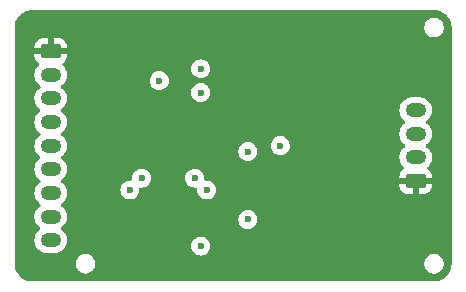
<source format=gbr>
%TF.GenerationSoftware,KiCad,Pcbnew,8.0.1*%
%TF.CreationDate,2024-04-25T00:01:52-04:00*%
%TF.ProjectId,ads1260_board,61647331-3236-4305-9f62-6f6172642e6b,rev?*%
%TF.SameCoordinates,Original*%
%TF.FileFunction,Copper,L2,Inr*%
%TF.FilePolarity,Positive*%
%FSLAX46Y46*%
G04 Gerber Fmt 4.6, Leading zero omitted, Abs format (unit mm)*
G04 Created by KiCad (PCBNEW 8.0.1) date 2024-04-25 00:01:52*
%MOMM*%
%LPD*%
G01*
G04 APERTURE LIST*
G04 Aperture macros list*
%AMRoundRect*
0 Rectangle with rounded corners*
0 $1 Rounding radius*
0 $2 $3 $4 $5 $6 $7 $8 $9 X,Y pos of 4 corners*
0 Add a 4 corners polygon primitive as box body*
4,1,4,$2,$3,$4,$5,$6,$7,$8,$9,$2,$3,0*
0 Add four circle primitives for the rounded corners*
1,1,$1+$1,$2,$3*
1,1,$1+$1,$4,$5*
1,1,$1+$1,$6,$7*
1,1,$1+$1,$8,$9*
0 Add four rect primitives between the rounded corners*
20,1,$1+$1,$2,$3,$4,$5,0*
20,1,$1+$1,$4,$5,$6,$7,0*
20,1,$1+$1,$6,$7,$8,$9,0*
20,1,$1+$1,$8,$9,$2,$3,0*%
G04 Aperture macros list end*
%TA.AperFunction,ComponentPad*%
%ADD10O,1.750000X1.200000*%
%TD*%
%TA.AperFunction,ComponentPad*%
%ADD11RoundRect,0.250000X-0.625000X0.350000X-0.625000X-0.350000X0.625000X-0.350000X0.625000X0.350000X0*%
%TD*%
%TA.AperFunction,ComponentPad*%
%ADD12RoundRect,0.250000X0.625000X-0.350000X0.625000X0.350000X-0.625000X0.350000X-0.625000X-0.350000X0*%
%TD*%
%TA.AperFunction,ViaPad*%
%ADD13C,0.600000*%
%TD*%
G04 APERTURE END LIST*
D10*
%TO.N,VBUS*%
%TO.C,J3*%
X113550000Y-90000000D03*
%TO.N,+3V3*%
X113550000Y-88000000D03*
%TO.N,Net-(J3-Pin_7)*%
X113550000Y-86000000D03*
%TO.N,Net-(J3-Pin_6)*%
X113550000Y-84000000D03*
%TO.N,Net-(J3-Pin_5)*%
X113550000Y-82000000D03*
%TO.N,Net-(J3-Pin_4)*%
X113550000Y-80000000D03*
%TO.N,Net-(J3-Pin_3)*%
X113550000Y-78000000D03*
%TO.N,Net-(J3-Pin_2)*%
X113550000Y-76000000D03*
D11*
%TO.N,GND*%
X113550000Y-74000000D03*
%TD*%
D12*
%TO.N,GND*%
%TO.C,J1*%
X144450000Y-85000000D03*
D10*
%TO.N,/SIG+*%
X144450000Y-83000000D03*
%TO.N,/SIG-*%
X144450000Y-81000000D03*
%TO.N,+5V*%
X144450000Y-79000000D03*
%TD*%
D13*
%TO.N,GND*%
X112000000Y-74000000D03*
X115000000Y-74000000D03*
X130500000Y-78500000D03*
X147000000Y-74000000D03*
X147000000Y-82000000D03*
X147000000Y-90000000D03*
X111000000Y-74000000D03*
X111000000Y-80000000D03*
X111000000Y-84000000D03*
X111000000Y-90000000D03*
X129000000Y-71000000D03*
X139000000Y-71000000D03*
X119000000Y-71000000D03*
X114000000Y-71000000D03*
X124000000Y-71000000D03*
X144000000Y-71000000D03*
X134000000Y-71000000D03*
X114000000Y-93000000D03*
X119000000Y-93000000D03*
X124000000Y-93000000D03*
X129000000Y-93000000D03*
X134000000Y-93000000D03*
X139000000Y-93000000D03*
X144000000Y-93000000D03*
%TO.N,+5V*%
X130250000Y-88250000D03*
%TO.N,GND*%
X122778224Y-77987134D03*
%TO.N,+5V5*%
X122750000Y-76500000D03*
X126250000Y-90500000D03*
%TO.N,+5V*%
X130250000Y-82500000D03*
%TO.N,GND*%
X124000000Y-87000000D03*
%TO.N,+5V5*%
X125750000Y-84750000D03*
%TO.N,VBUS*%
X121250000Y-84750000D03*
%TO.N,GND*%
X122500000Y-91250000D03*
X124500000Y-91250000D03*
X123000000Y-87000000D03*
%TO.N,+5V5*%
X126750000Y-85750000D03*
%TO.N,GND*%
X131250000Y-91000000D03*
X132750000Y-78500000D03*
%TO.N,+5V*%
X133000000Y-82000000D03*
%TO.N,GND*%
X138000000Y-85250000D03*
X138000000Y-78750000D03*
X133000000Y-85500000D03*
X129250000Y-88750000D03*
%TO.N,VBUS*%
X120250000Y-85750000D03*
%TO.N,GND*%
X121250000Y-88250000D03*
X125750000Y-88250000D03*
%TO.N,+5V*%
X126250000Y-77500000D03*
X126250000Y-75500000D03*
%TO.N,GND*%
X130500000Y-76500000D03*
%TD*%
%TA.AperFunction,Conductor*%
%TO.N,GND*%
G36*
X146004418Y-70500816D02*
G01*
X146204561Y-70515130D01*
X146222063Y-70517647D01*
X146413797Y-70559355D01*
X146430755Y-70564334D01*
X146614609Y-70632909D01*
X146630701Y-70640259D01*
X146802904Y-70734288D01*
X146817784Y-70743849D01*
X146974867Y-70861441D01*
X146988237Y-70873027D01*
X147126972Y-71011762D01*
X147138558Y-71025132D01*
X147249625Y-71173500D01*
X147256146Y-71182210D01*
X147265711Y-71197095D01*
X147359740Y-71369298D01*
X147367090Y-71385390D01*
X147435662Y-71569236D01*
X147440646Y-71586212D01*
X147482351Y-71777931D01*
X147484869Y-71795442D01*
X147499184Y-71995580D01*
X147499500Y-72004427D01*
X147499500Y-91995572D01*
X147499184Y-92004419D01*
X147484869Y-92204557D01*
X147482351Y-92222068D01*
X147440646Y-92413787D01*
X147435662Y-92430763D01*
X147367090Y-92614609D01*
X147359740Y-92630701D01*
X147265711Y-92802904D01*
X147256146Y-92817789D01*
X147138558Y-92974867D01*
X147126972Y-92988237D01*
X146988237Y-93126972D01*
X146974867Y-93138558D01*
X146817789Y-93256146D01*
X146802904Y-93265711D01*
X146630701Y-93359740D01*
X146614609Y-93367090D01*
X146430763Y-93435662D01*
X146413787Y-93440646D01*
X146222068Y-93482351D01*
X146204557Y-93484869D01*
X146023779Y-93497799D01*
X146004417Y-93499184D01*
X145995572Y-93499500D01*
X112004428Y-93499500D01*
X111995582Y-93499184D01*
X111973622Y-93497613D01*
X111795442Y-93484869D01*
X111777931Y-93482351D01*
X111586212Y-93440646D01*
X111569236Y-93435662D01*
X111385390Y-93367090D01*
X111369298Y-93359740D01*
X111197095Y-93265711D01*
X111182210Y-93256146D01*
X111025132Y-93138558D01*
X111011762Y-93126972D01*
X110873027Y-92988237D01*
X110861441Y-92974867D01*
X110743849Y-92817784D01*
X110734288Y-92802904D01*
X110640259Y-92630701D01*
X110632909Y-92614609D01*
X110572091Y-92451551D01*
X110564334Y-92430755D01*
X110559355Y-92413797D01*
X110517647Y-92222063D01*
X110515130Y-92204556D01*
X110506322Y-92081407D01*
X115673500Y-92081407D01*
X115705259Y-92241073D01*
X115705262Y-92241082D01*
X115767562Y-92391490D01*
X115767563Y-92391492D01*
X115858015Y-92526862D01*
X115858018Y-92526866D01*
X115973133Y-92641981D01*
X115973137Y-92641984D01*
X116108505Y-92732435D01*
X116108506Y-92732435D01*
X116108507Y-92732436D01*
X116108509Y-92732437D01*
X116208781Y-92773970D01*
X116258919Y-92794738D01*
X116258921Y-92794738D01*
X116258926Y-92794740D01*
X116418592Y-92826499D01*
X116418595Y-92826500D01*
X116418597Y-92826500D01*
X116581405Y-92826500D01*
X116581406Y-92826499D01*
X116634629Y-92815912D01*
X116741073Y-92794740D01*
X116741076Y-92794738D01*
X116741081Y-92794738D01*
X116891495Y-92732435D01*
X117026863Y-92641984D01*
X117141984Y-92526863D01*
X117232435Y-92391495D01*
X117294738Y-92241081D01*
X117302004Y-92204556D01*
X117326499Y-92081407D01*
X145173500Y-92081407D01*
X145205259Y-92241073D01*
X145205262Y-92241082D01*
X145267562Y-92391490D01*
X145267563Y-92391492D01*
X145358015Y-92526862D01*
X145358018Y-92526866D01*
X145473133Y-92641981D01*
X145473137Y-92641984D01*
X145608505Y-92732435D01*
X145608506Y-92732435D01*
X145608507Y-92732436D01*
X145608509Y-92732437D01*
X145708781Y-92773970D01*
X145758919Y-92794738D01*
X145758921Y-92794738D01*
X145758926Y-92794740D01*
X145918592Y-92826499D01*
X145918595Y-92826500D01*
X145918597Y-92826500D01*
X146081405Y-92826500D01*
X146081406Y-92826499D01*
X146134629Y-92815912D01*
X146241073Y-92794740D01*
X146241076Y-92794738D01*
X146241081Y-92794738D01*
X146391495Y-92732435D01*
X146526863Y-92641984D01*
X146641984Y-92526863D01*
X146732435Y-92391495D01*
X146794738Y-92241081D01*
X146802004Y-92204556D01*
X146826499Y-92081407D01*
X146826500Y-92081405D01*
X146826500Y-91918594D01*
X146826499Y-91918592D01*
X146794740Y-91758926D01*
X146794737Y-91758917D01*
X146732437Y-91608509D01*
X146732436Y-91608507D01*
X146641984Y-91473137D01*
X146641981Y-91473133D01*
X146526866Y-91358018D01*
X146526862Y-91358015D01*
X146391492Y-91267563D01*
X146391490Y-91267562D01*
X146241082Y-91205262D01*
X146241073Y-91205259D01*
X146081406Y-91173500D01*
X146081403Y-91173500D01*
X145918597Y-91173500D01*
X145918594Y-91173500D01*
X145758926Y-91205259D01*
X145758917Y-91205262D01*
X145608509Y-91267562D01*
X145608507Y-91267563D01*
X145473137Y-91358015D01*
X145473133Y-91358018D01*
X145358018Y-91473133D01*
X145358015Y-91473137D01*
X145267563Y-91608507D01*
X145267562Y-91608509D01*
X145205262Y-91758917D01*
X145205259Y-91758926D01*
X145173500Y-91918592D01*
X145173500Y-92081407D01*
X117326499Y-92081407D01*
X117326500Y-92081405D01*
X117326500Y-91918594D01*
X117326499Y-91918592D01*
X117294740Y-91758926D01*
X117294737Y-91758917D01*
X117232437Y-91608509D01*
X117232436Y-91608507D01*
X117141984Y-91473137D01*
X117141981Y-91473133D01*
X117026866Y-91358018D01*
X117026862Y-91358015D01*
X116891492Y-91267563D01*
X116891490Y-91267562D01*
X116741082Y-91205262D01*
X116741073Y-91205259D01*
X116581406Y-91173500D01*
X116581403Y-91173500D01*
X116418597Y-91173500D01*
X116418594Y-91173500D01*
X116258926Y-91205259D01*
X116258917Y-91205262D01*
X116108509Y-91267562D01*
X116108507Y-91267563D01*
X115973137Y-91358015D01*
X115973133Y-91358018D01*
X115858018Y-91473133D01*
X115858015Y-91473137D01*
X115767563Y-91608507D01*
X115767562Y-91608509D01*
X115705262Y-91758917D01*
X115705259Y-91758926D01*
X115673500Y-91918592D01*
X115673500Y-92081407D01*
X110506322Y-92081407D01*
X110500816Y-92004418D01*
X110500500Y-91995572D01*
X110500500Y-90086611D01*
X112174500Y-90086611D01*
X112201598Y-90257701D01*
X112255127Y-90422445D01*
X112333768Y-90576788D01*
X112435586Y-90716928D01*
X112558072Y-90839414D01*
X112698212Y-90941232D01*
X112852555Y-91019873D01*
X113017299Y-91073402D01*
X113188389Y-91100500D01*
X113188390Y-91100500D01*
X113911610Y-91100500D01*
X113911611Y-91100500D01*
X114082701Y-91073402D01*
X114247445Y-91019873D01*
X114401788Y-90941232D01*
X114541928Y-90839414D01*
X114664414Y-90716928D01*
X114766232Y-90576788D01*
X114805356Y-90500003D01*
X125444435Y-90500003D01*
X125464630Y-90679249D01*
X125464631Y-90679254D01*
X125524211Y-90849523D01*
X125581836Y-90941232D01*
X125620184Y-91002262D01*
X125747738Y-91129816D01*
X125900478Y-91225789D01*
X126019861Y-91267563D01*
X126070745Y-91285368D01*
X126070750Y-91285369D01*
X126249996Y-91305565D01*
X126250000Y-91305565D01*
X126250004Y-91305565D01*
X126429249Y-91285369D01*
X126429252Y-91285368D01*
X126429255Y-91285368D01*
X126599522Y-91225789D01*
X126752262Y-91129816D01*
X126879816Y-91002262D01*
X126975789Y-90849522D01*
X127035368Y-90679255D01*
X127055565Y-90500000D01*
X127035368Y-90320745D01*
X126975789Y-90150478D01*
X126879816Y-89997738D01*
X126752262Y-89870184D01*
X126599523Y-89774211D01*
X126429254Y-89714631D01*
X126429249Y-89714630D01*
X126250004Y-89694435D01*
X126249996Y-89694435D01*
X126070750Y-89714630D01*
X126070745Y-89714631D01*
X125900476Y-89774211D01*
X125747737Y-89870184D01*
X125620184Y-89997737D01*
X125524211Y-90150476D01*
X125464631Y-90320745D01*
X125464630Y-90320750D01*
X125444435Y-90499996D01*
X125444435Y-90500003D01*
X114805356Y-90500003D01*
X114844873Y-90422445D01*
X114898402Y-90257701D01*
X114925500Y-90086611D01*
X114925500Y-89913389D01*
X114898402Y-89742299D01*
X114844873Y-89577555D01*
X114766232Y-89423212D01*
X114664414Y-89283072D01*
X114541928Y-89160586D01*
X114458975Y-89100317D01*
X114416311Y-89044988D01*
X114410332Y-88975374D01*
X114442938Y-88913579D01*
X114458976Y-88899682D01*
X114541928Y-88839414D01*
X114664414Y-88716928D01*
X114766232Y-88576788D01*
X114844873Y-88422445D01*
X114898402Y-88257701D01*
X114899621Y-88250003D01*
X129444435Y-88250003D01*
X129464630Y-88429249D01*
X129464631Y-88429254D01*
X129524211Y-88599523D01*
X129597982Y-88716928D01*
X129620184Y-88752262D01*
X129747738Y-88879816D01*
X129838080Y-88936582D01*
X129899817Y-88975374D01*
X129900478Y-88975789D01*
X130040046Y-89024626D01*
X130070745Y-89035368D01*
X130070750Y-89035369D01*
X130249996Y-89055565D01*
X130250000Y-89055565D01*
X130250004Y-89055565D01*
X130429249Y-89035369D01*
X130429252Y-89035368D01*
X130429255Y-89035368D01*
X130599522Y-88975789D01*
X130752262Y-88879816D01*
X130879816Y-88752262D01*
X130975789Y-88599522D01*
X131035368Y-88429255D01*
X131036135Y-88422447D01*
X131055565Y-88250003D01*
X131055565Y-88249996D01*
X131035369Y-88070750D01*
X131035368Y-88070745D01*
X130975789Y-87900478D01*
X130879816Y-87747738D01*
X130752262Y-87620184D01*
X130599523Y-87524211D01*
X130429254Y-87464631D01*
X130429249Y-87464630D01*
X130250004Y-87444435D01*
X130249996Y-87444435D01*
X130070750Y-87464630D01*
X130070745Y-87464631D01*
X129900476Y-87524211D01*
X129747737Y-87620184D01*
X129620184Y-87747737D01*
X129524211Y-87900476D01*
X129464631Y-88070745D01*
X129464630Y-88070750D01*
X129444435Y-88249996D01*
X129444435Y-88250003D01*
X114899621Y-88250003D01*
X114925500Y-88086611D01*
X114925500Y-87913389D01*
X114898402Y-87742299D01*
X114844873Y-87577555D01*
X114766232Y-87423212D01*
X114664414Y-87283072D01*
X114541928Y-87160586D01*
X114458975Y-87100317D01*
X114416311Y-87044988D01*
X114410332Y-86975374D01*
X114442938Y-86913579D01*
X114458976Y-86899682D01*
X114541928Y-86839414D01*
X114664414Y-86716928D01*
X114766232Y-86576788D01*
X114844873Y-86422445D01*
X114898402Y-86257701D01*
X114925500Y-86086611D01*
X114925500Y-85913389D01*
X114899622Y-85750003D01*
X119444435Y-85750003D01*
X119464630Y-85929249D01*
X119464631Y-85929254D01*
X119524211Y-86099523D01*
X119620184Y-86252262D01*
X119747738Y-86379816D01*
X119900478Y-86475789D01*
X120070745Y-86535368D01*
X120070750Y-86535369D01*
X120249996Y-86555565D01*
X120250000Y-86555565D01*
X120250004Y-86555565D01*
X120429249Y-86535369D01*
X120429252Y-86535368D01*
X120429255Y-86535368D01*
X120599522Y-86475789D01*
X120752262Y-86379816D01*
X120879816Y-86252262D01*
X120975789Y-86099522D01*
X121035368Y-85929255D01*
X121037156Y-85913389D01*
X121055565Y-85750003D01*
X121055565Y-85749997D01*
X121048285Y-85685389D01*
X121060339Y-85616567D01*
X121107688Y-85565188D01*
X121175298Y-85547563D01*
X121185385Y-85548284D01*
X121211857Y-85551267D01*
X121249998Y-85555565D01*
X121250000Y-85555565D01*
X121250004Y-85555565D01*
X121429249Y-85535369D01*
X121429252Y-85535368D01*
X121429255Y-85535368D01*
X121599522Y-85475789D01*
X121752262Y-85379816D01*
X121879816Y-85252262D01*
X121975789Y-85099522D01*
X122035368Y-84929255D01*
X122037135Y-84913579D01*
X122055565Y-84750000D01*
X124944435Y-84750000D01*
X124964630Y-84929249D01*
X124964631Y-84929254D01*
X125024211Y-85099523D01*
X125062577Y-85160581D01*
X125120184Y-85252262D01*
X125247738Y-85379816D01*
X125400478Y-85475789D01*
X125570745Y-85535368D01*
X125570750Y-85535369D01*
X125749996Y-85555565D01*
X125750000Y-85555565D01*
X125750002Y-85555565D01*
X125779449Y-85552246D01*
X125814610Y-85548285D01*
X125883432Y-85560339D01*
X125934811Y-85607688D01*
X125952436Y-85675298D01*
X125951714Y-85685388D01*
X125944435Y-85749995D01*
X125944435Y-85750003D01*
X125964630Y-85929249D01*
X125964631Y-85929254D01*
X126024211Y-86099523D01*
X126120184Y-86252262D01*
X126247738Y-86379816D01*
X126400478Y-86475789D01*
X126570745Y-86535368D01*
X126570750Y-86535369D01*
X126749996Y-86555565D01*
X126750000Y-86555565D01*
X126750004Y-86555565D01*
X126929249Y-86535369D01*
X126929252Y-86535368D01*
X126929255Y-86535368D01*
X127099522Y-86475789D01*
X127252262Y-86379816D01*
X127379816Y-86252262D01*
X127475789Y-86099522D01*
X127535368Y-85929255D01*
X127537156Y-85913389D01*
X127555565Y-85750003D01*
X127555565Y-85749996D01*
X127535369Y-85570750D01*
X127535368Y-85570745D01*
X127511557Y-85502697D01*
X127475789Y-85400478D01*
X127379816Y-85247738D01*
X127252262Y-85120184D01*
X127099523Y-85024211D01*
X126929254Y-84964631D01*
X126929249Y-84964630D01*
X126750004Y-84944435D01*
X126749996Y-84944435D01*
X126685388Y-84951714D01*
X126616566Y-84939659D01*
X126565187Y-84892310D01*
X126547563Y-84824699D01*
X126548285Y-84814610D01*
X126555565Y-84750000D01*
X126555565Y-84749996D01*
X126535369Y-84570750D01*
X126535368Y-84570745D01*
X126483476Y-84422447D01*
X126475789Y-84400478D01*
X126379816Y-84247738D01*
X126252262Y-84120184D01*
X126198831Y-84086611D01*
X126099523Y-84024211D01*
X125929254Y-83964631D01*
X125929249Y-83964630D01*
X125750004Y-83944435D01*
X125749996Y-83944435D01*
X125570750Y-83964630D01*
X125570745Y-83964631D01*
X125400476Y-84024211D01*
X125247737Y-84120184D01*
X125120184Y-84247737D01*
X125024211Y-84400476D01*
X124964631Y-84570745D01*
X124964630Y-84570750D01*
X124944435Y-84749996D01*
X124944435Y-84750000D01*
X122055565Y-84750000D01*
X122055565Y-84749996D01*
X122035369Y-84570750D01*
X122035368Y-84570745D01*
X121983476Y-84422447D01*
X121975789Y-84400478D01*
X121879816Y-84247738D01*
X121752262Y-84120184D01*
X121698831Y-84086611D01*
X121599523Y-84024211D01*
X121429254Y-83964631D01*
X121429249Y-83964630D01*
X121250004Y-83944435D01*
X121249996Y-83944435D01*
X121070750Y-83964630D01*
X121070745Y-83964631D01*
X120900476Y-84024211D01*
X120747737Y-84120184D01*
X120620184Y-84247737D01*
X120524211Y-84400476D01*
X120464631Y-84570745D01*
X120464630Y-84570750D01*
X120444435Y-84749996D01*
X120444435Y-84750000D01*
X120451714Y-84814611D01*
X120439659Y-84883433D01*
X120392310Y-84934812D01*
X120324699Y-84952436D01*
X120314611Y-84951714D01*
X120250004Y-84944435D01*
X120249996Y-84944435D01*
X120070750Y-84964630D01*
X120070745Y-84964631D01*
X119900476Y-85024211D01*
X119747737Y-85120184D01*
X119620184Y-85247737D01*
X119524211Y-85400476D01*
X119464631Y-85570745D01*
X119464630Y-85570750D01*
X119444435Y-85749996D01*
X119444435Y-85750003D01*
X114899622Y-85750003D01*
X114898402Y-85742299D01*
X114844873Y-85577555D01*
X114766232Y-85423212D01*
X114664414Y-85283072D01*
X114541928Y-85160586D01*
X114458975Y-85100317D01*
X114416311Y-85044988D01*
X114410332Y-84975374D01*
X114442938Y-84913579D01*
X114458976Y-84899682D01*
X114541928Y-84839414D01*
X114664414Y-84716928D01*
X114766232Y-84576788D01*
X114844873Y-84422445D01*
X114898402Y-84257701D01*
X114925500Y-84086611D01*
X114925500Y-83913389D01*
X114898402Y-83742299D01*
X114844873Y-83577555D01*
X114766232Y-83423212D01*
X114664414Y-83283072D01*
X114541928Y-83160586D01*
X114458975Y-83100317D01*
X114416311Y-83044988D01*
X114410332Y-82975374D01*
X114442938Y-82913579D01*
X114458976Y-82899682D01*
X114541928Y-82839414D01*
X114664414Y-82716928D01*
X114766232Y-82576788D01*
X114805356Y-82500003D01*
X129444435Y-82500003D01*
X129464630Y-82679249D01*
X129464631Y-82679254D01*
X129524211Y-82849523D01*
X129581836Y-82941232D01*
X129620184Y-83002262D01*
X129747738Y-83129816D01*
X129900478Y-83225789D01*
X130064175Y-83283069D01*
X130070745Y-83285368D01*
X130070750Y-83285369D01*
X130249996Y-83305565D01*
X130250000Y-83305565D01*
X130250004Y-83305565D01*
X130429249Y-83285369D01*
X130429252Y-83285368D01*
X130429255Y-83285368D01*
X130599522Y-83225789D01*
X130752262Y-83129816D01*
X130795468Y-83086610D01*
X143074500Y-83086610D01*
X143096543Y-83225789D01*
X143101598Y-83257701D01*
X143155127Y-83422445D01*
X143233768Y-83576788D01*
X143335586Y-83716928D01*
X143335588Y-83716930D01*
X143443491Y-83824833D01*
X143476976Y-83886156D01*
X143471992Y-83955848D01*
X143430120Y-84011781D01*
X143420907Y-84018053D01*
X143356654Y-84057684D01*
X143232684Y-84181654D01*
X143140643Y-84330875D01*
X143140641Y-84330880D01*
X143085494Y-84497302D01*
X143085493Y-84497309D01*
X143075000Y-84600013D01*
X143075000Y-84750000D01*
X144169670Y-84750000D01*
X144149925Y-84769745D01*
X144100556Y-84855255D01*
X144075000Y-84950630D01*
X144075000Y-85049370D01*
X144100556Y-85144745D01*
X144149925Y-85230255D01*
X144169670Y-85250000D01*
X143075001Y-85250000D01*
X143075001Y-85399986D01*
X143085494Y-85502697D01*
X143140641Y-85669119D01*
X143140643Y-85669124D01*
X143232684Y-85818345D01*
X143356654Y-85942315D01*
X143505875Y-86034356D01*
X143505880Y-86034358D01*
X143672302Y-86089505D01*
X143672309Y-86089506D01*
X143775019Y-86099999D01*
X144199999Y-86099999D01*
X144200000Y-86099998D01*
X144200000Y-85280330D01*
X144219745Y-85300075D01*
X144305255Y-85349444D01*
X144400630Y-85375000D01*
X144499370Y-85375000D01*
X144594745Y-85349444D01*
X144680255Y-85300075D01*
X144700000Y-85280330D01*
X144700000Y-86099999D01*
X145124972Y-86099999D01*
X145124986Y-86099998D01*
X145227697Y-86089505D01*
X145394119Y-86034358D01*
X145394124Y-86034356D01*
X145543345Y-85942315D01*
X145667315Y-85818345D01*
X145759356Y-85669124D01*
X145759358Y-85669119D01*
X145814505Y-85502697D01*
X145814506Y-85502690D01*
X145824999Y-85399986D01*
X145825000Y-85399973D01*
X145825000Y-85250000D01*
X144730330Y-85250000D01*
X144750075Y-85230255D01*
X144799444Y-85144745D01*
X144825000Y-85049370D01*
X144825000Y-84950630D01*
X144799444Y-84855255D01*
X144750075Y-84769745D01*
X144730330Y-84750000D01*
X145824999Y-84750000D01*
X145824999Y-84600028D01*
X145824998Y-84600013D01*
X145814505Y-84497302D01*
X145759358Y-84330880D01*
X145759356Y-84330875D01*
X145667315Y-84181654D01*
X145543343Y-84057682D01*
X145479093Y-84018053D01*
X145432368Y-83966105D01*
X145421145Y-83897143D01*
X145448988Y-83833061D01*
X145456486Y-83824855D01*
X145564414Y-83716928D01*
X145666232Y-83576788D01*
X145744873Y-83422445D01*
X145798402Y-83257701D01*
X145825500Y-83086611D01*
X145825500Y-82913389D01*
X145798402Y-82742299D01*
X145744873Y-82577555D01*
X145666232Y-82423212D01*
X145564414Y-82283072D01*
X145441928Y-82160586D01*
X145358975Y-82100317D01*
X145316311Y-82044988D01*
X145310332Y-81975374D01*
X145342938Y-81913579D01*
X145358976Y-81899682D01*
X145441928Y-81839414D01*
X145564414Y-81716928D01*
X145666232Y-81576788D01*
X145744873Y-81422445D01*
X145798402Y-81257701D01*
X145825500Y-81086611D01*
X145825500Y-80913389D01*
X145798402Y-80742299D01*
X145744873Y-80577555D01*
X145666232Y-80423212D01*
X145564414Y-80283072D01*
X145441928Y-80160586D01*
X145358975Y-80100317D01*
X145316311Y-80044988D01*
X145310332Y-79975374D01*
X145342938Y-79913579D01*
X145358976Y-79899682D01*
X145441928Y-79839414D01*
X145564414Y-79716928D01*
X145666232Y-79576788D01*
X145744873Y-79422445D01*
X145798402Y-79257701D01*
X145825500Y-79086611D01*
X145825500Y-78913389D01*
X145798402Y-78742299D01*
X145744873Y-78577555D01*
X145666232Y-78423212D01*
X145564414Y-78283072D01*
X145441928Y-78160586D01*
X145301788Y-78058768D01*
X145147445Y-77980127D01*
X144982701Y-77926598D01*
X144982699Y-77926597D01*
X144982698Y-77926597D01*
X144851271Y-77905781D01*
X144811611Y-77899500D01*
X144088389Y-77899500D01*
X144048728Y-77905781D01*
X143917302Y-77926597D01*
X143752552Y-77980128D01*
X143598211Y-78058768D01*
X143518256Y-78116859D01*
X143458072Y-78160586D01*
X143458070Y-78160588D01*
X143458069Y-78160588D01*
X143335588Y-78283069D01*
X143335588Y-78283070D01*
X143335586Y-78283072D01*
X143319244Y-78305565D01*
X143233768Y-78423211D01*
X143155128Y-78577552D01*
X143101597Y-78742302D01*
X143086217Y-78839411D01*
X143074500Y-78913389D01*
X143074500Y-79086611D01*
X143101598Y-79257701D01*
X143155127Y-79422445D01*
X143233768Y-79576788D01*
X143335586Y-79716928D01*
X143458072Y-79839414D01*
X143458078Y-79839418D01*
X143541023Y-79899683D01*
X143583689Y-79955013D01*
X143589667Y-80024626D01*
X143557061Y-80086421D01*
X143541023Y-80100317D01*
X143458078Y-80160581D01*
X143458069Y-80160588D01*
X143335588Y-80283069D01*
X143335588Y-80283070D01*
X143335586Y-80283072D01*
X143291859Y-80343256D01*
X143233768Y-80423211D01*
X143155128Y-80577552D01*
X143101597Y-80742302D01*
X143074500Y-80913389D01*
X143074500Y-81086610D01*
X143094776Y-81214632D01*
X143101598Y-81257701D01*
X143155127Y-81422445D01*
X143233768Y-81576788D01*
X143335586Y-81716928D01*
X143458072Y-81839414D01*
X143458078Y-81839418D01*
X143541023Y-81899683D01*
X143583689Y-81955013D01*
X143589667Y-82024626D01*
X143557061Y-82086421D01*
X143541023Y-82100317D01*
X143458078Y-82160581D01*
X143458069Y-82160588D01*
X143335588Y-82283069D01*
X143335588Y-82283070D01*
X143335586Y-82283072D01*
X143308215Y-82320745D01*
X143233768Y-82423211D01*
X143155128Y-82577552D01*
X143101597Y-82742302D01*
X143074500Y-82913389D01*
X143074500Y-83086610D01*
X130795468Y-83086610D01*
X130879816Y-83002262D01*
X130975789Y-82849522D01*
X131035368Y-82679255D01*
X131035369Y-82679249D01*
X131055565Y-82500003D01*
X131055565Y-82499996D01*
X131035369Y-82320750D01*
X131035368Y-82320745D01*
X131013308Y-82257701D01*
X130975789Y-82150478D01*
X130881239Y-82000003D01*
X132194435Y-82000003D01*
X132214630Y-82179249D01*
X132214631Y-82179254D01*
X132274211Y-82349523D01*
X132368760Y-82499996D01*
X132370184Y-82502262D01*
X132497738Y-82629816D01*
X132576410Y-82679249D01*
X132636375Y-82716928D01*
X132650478Y-82725789D01*
X132820745Y-82785368D01*
X132820750Y-82785369D01*
X132999996Y-82805565D01*
X133000000Y-82805565D01*
X133000004Y-82805565D01*
X133179249Y-82785369D01*
X133179252Y-82785368D01*
X133179255Y-82785368D01*
X133349522Y-82725789D01*
X133502262Y-82629816D01*
X133629816Y-82502262D01*
X133725789Y-82349522D01*
X133785368Y-82179255D01*
X133785369Y-82179249D01*
X133805565Y-82000003D01*
X133805565Y-81999996D01*
X133785369Y-81820750D01*
X133785368Y-81820745D01*
X133769085Y-81774211D01*
X133725789Y-81650478D01*
X133629816Y-81497738D01*
X133502262Y-81370184D01*
X133349523Y-81274211D01*
X133179254Y-81214631D01*
X133179249Y-81214630D01*
X133000004Y-81194435D01*
X132999996Y-81194435D01*
X132820750Y-81214630D01*
X132820745Y-81214631D01*
X132650476Y-81274211D01*
X132497737Y-81370184D01*
X132370184Y-81497737D01*
X132274211Y-81650476D01*
X132214631Y-81820745D01*
X132214630Y-81820750D01*
X132194435Y-81999996D01*
X132194435Y-82000003D01*
X130881239Y-82000003D01*
X130879816Y-81997738D01*
X130752262Y-81870184D01*
X130599523Y-81774211D01*
X130429254Y-81714631D01*
X130429249Y-81714630D01*
X130250004Y-81694435D01*
X130249996Y-81694435D01*
X130070750Y-81714630D01*
X130070745Y-81714631D01*
X129900476Y-81774211D01*
X129747737Y-81870184D01*
X129620184Y-81997737D01*
X129524211Y-82150476D01*
X129464631Y-82320745D01*
X129464630Y-82320750D01*
X129444435Y-82499996D01*
X129444435Y-82500003D01*
X114805356Y-82500003D01*
X114844873Y-82422445D01*
X114898402Y-82257701D01*
X114925500Y-82086611D01*
X114925500Y-81913389D01*
X114898402Y-81742299D01*
X114844873Y-81577555D01*
X114766232Y-81423212D01*
X114664414Y-81283072D01*
X114541928Y-81160586D01*
X114458975Y-81100317D01*
X114416311Y-81044988D01*
X114410332Y-80975374D01*
X114442938Y-80913579D01*
X114458976Y-80899682D01*
X114541928Y-80839414D01*
X114664414Y-80716928D01*
X114766232Y-80576788D01*
X114844873Y-80422445D01*
X114898402Y-80257701D01*
X114925500Y-80086611D01*
X114925500Y-79913389D01*
X114898402Y-79742299D01*
X114844873Y-79577555D01*
X114766232Y-79423212D01*
X114664414Y-79283072D01*
X114541928Y-79160586D01*
X114458975Y-79100317D01*
X114416311Y-79044988D01*
X114410332Y-78975374D01*
X114442938Y-78913579D01*
X114458976Y-78899682D01*
X114541928Y-78839414D01*
X114664414Y-78716928D01*
X114766232Y-78576788D01*
X114844873Y-78422445D01*
X114898402Y-78257701D01*
X114925500Y-78086611D01*
X114925500Y-77913389D01*
X114898402Y-77742299D01*
X114844873Y-77577555D01*
X114805359Y-77500003D01*
X125444435Y-77500003D01*
X125464630Y-77679249D01*
X125464631Y-77679254D01*
X125524211Y-77849523D01*
X125555614Y-77899500D01*
X125620184Y-78002262D01*
X125747738Y-78129816D01*
X125900478Y-78225789D01*
X126064175Y-78283069D01*
X126070745Y-78285368D01*
X126070750Y-78285369D01*
X126249996Y-78305565D01*
X126250000Y-78305565D01*
X126250004Y-78305565D01*
X126429249Y-78285369D01*
X126429252Y-78285368D01*
X126429255Y-78285368D01*
X126599522Y-78225789D01*
X126752262Y-78129816D01*
X126879816Y-78002262D01*
X126975789Y-77849522D01*
X127035368Y-77679255D01*
X127055565Y-77500000D01*
X127046913Y-77423212D01*
X127035369Y-77320750D01*
X127035368Y-77320745D01*
X127002141Y-77225788D01*
X126975789Y-77150478D01*
X126879816Y-76997738D01*
X126752262Y-76870184D01*
X126719379Y-76849522D01*
X126599523Y-76774211D01*
X126429254Y-76714631D01*
X126429249Y-76714630D01*
X126250004Y-76694435D01*
X126249996Y-76694435D01*
X126070750Y-76714630D01*
X126070745Y-76714631D01*
X125900476Y-76774211D01*
X125747737Y-76870184D01*
X125620184Y-76997737D01*
X125524211Y-77150476D01*
X125464631Y-77320745D01*
X125464630Y-77320750D01*
X125444435Y-77499996D01*
X125444435Y-77500003D01*
X114805359Y-77500003D01*
X114766232Y-77423212D01*
X114664414Y-77283072D01*
X114541928Y-77160586D01*
X114458975Y-77100317D01*
X114416311Y-77044988D01*
X114410332Y-76975374D01*
X114442938Y-76913579D01*
X114458976Y-76899682D01*
X114541928Y-76839414D01*
X114664414Y-76716928D01*
X114766232Y-76576788D01*
X114805356Y-76500003D01*
X121944435Y-76500003D01*
X121964630Y-76679249D01*
X121964631Y-76679254D01*
X122024211Y-76849523D01*
X122081836Y-76941232D01*
X122120184Y-77002262D01*
X122247738Y-77129816D01*
X122400478Y-77225789D01*
X122564175Y-77283069D01*
X122570745Y-77285368D01*
X122570750Y-77285369D01*
X122749996Y-77305565D01*
X122750000Y-77305565D01*
X122750004Y-77305565D01*
X122929249Y-77285369D01*
X122929252Y-77285368D01*
X122929255Y-77285368D01*
X123099522Y-77225789D01*
X123252262Y-77129816D01*
X123379816Y-77002262D01*
X123475789Y-76849522D01*
X123535368Y-76679255D01*
X123555565Y-76500000D01*
X123535368Y-76320745D01*
X123475789Y-76150478D01*
X123379816Y-75997738D01*
X123252262Y-75870184D01*
X123219379Y-75849522D01*
X123099523Y-75774211D01*
X122929254Y-75714631D01*
X122929249Y-75714630D01*
X122750004Y-75694435D01*
X122749996Y-75694435D01*
X122570750Y-75714630D01*
X122570745Y-75714631D01*
X122400476Y-75774211D01*
X122247737Y-75870184D01*
X122120184Y-75997737D01*
X122024211Y-76150476D01*
X121964631Y-76320745D01*
X121964630Y-76320750D01*
X121944435Y-76499996D01*
X121944435Y-76500003D01*
X114805356Y-76500003D01*
X114844873Y-76422445D01*
X114898402Y-76257701D01*
X114925500Y-76086611D01*
X114925500Y-75913389D01*
X114898402Y-75742299D01*
X114844873Y-75577555D01*
X114805359Y-75500003D01*
X125444435Y-75500003D01*
X125464630Y-75679249D01*
X125464631Y-75679254D01*
X125524211Y-75849523D01*
X125564341Y-75913389D01*
X125620184Y-76002262D01*
X125747738Y-76129816D01*
X125900478Y-76225789D01*
X126070745Y-76285368D01*
X126070750Y-76285369D01*
X126249996Y-76305565D01*
X126250000Y-76305565D01*
X126250004Y-76305565D01*
X126429249Y-76285369D01*
X126429252Y-76285368D01*
X126429255Y-76285368D01*
X126599522Y-76225789D01*
X126752262Y-76129816D01*
X126879816Y-76002262D01*
X126975789Y-75849522D01*
X127035368Y-75679255D01*
X127055565Y-75500000D01*
X127046913Y-75423212D01*
X127035369Y-75320750D01*
X127035368Y-75320745D01*
X127022185Y-75283069D01*
X126975789Y-75150478D01*
X126879816Y-74997738D01*
X126752262Y-74870184D01*
X126669761Y-74818345D01*
X126599523Y-74774211D01*
X126429254Y-74714631D01*
X126429249Y-74714630D01*
X126250004Y-74694435D01*
X126249996Y-74694435D01*
X126070750Y-74714630D01*
X126070745Y-74714631D01*
X125900476Y-74774211D01*
X125747737Y-74870184D01*
X125620184Y-74997737D01*
X125524211Y-75150476D01*
X125464631Y-75320745D01*
X125464630Y-75320750D01*
X125444435Y-75499996D01*
X125444435Y-75500003D01*
X114805359Y-75500003D01*
X114766232Y-75423212D01*
X114664414Y-75283072D01*
X114556508Y-75175166D01*
X114523023Y-75113843D01*
X114528007Y-75044151D01*
X114569879Y-74988218D01*
X114579094Y-74981945D01*
X114643345Y-74942315D01*
X114767315Y-74818345D01*
X114859356Y-74669124D01*
X114859358Y-74669119D01*
X114914505Y-74502697D01*
X114914506Y-74502690D01*
X114924999Y-74399986D01*
X114925000Y-74399973D01*
X114925000Y-74250000D01*
X113830330Y-74250000D01*
X113850075Y-74230255D01*
X113899444Y-74144745D01*
X113925000Y-74049370D01*
X113925000Y-73950630D01*
X113899444Y-73855255D01*
X113850075Y-73769745D01*
X113830330Y-73750000D01*
X114924999Y-73750000D01*
X114924999Y-73600028D01*
X114924998Y-73600013D01*
X114914505Y-73497302D01*
X114859358Y-73330880D01*
X114859356Y-73330875D01*
X114767315Y-73181654D01*
X114643345Y-73057684D01*
X114494124Y-72965643D01*
X114494119Y-72965641D01*
X114327697Y-72910494D01*
X114327690Y-72910493D01*
X114224986Y-72900000D01*
X113800000Y-72900000D01*
X113800000Y-73719670D01*
X113780255Y-73699925D01*
X113694745Y-73650556D01*
X113599370Y-73625000D01*
X113500630Y-73625000D01*
X113405255Y-73650556D01*
X113319745Y-73699925D01*
X113300000Y-73719670D01*
X113300000Y-72900000D01*
X112875028Y-72900000D01*
X112875012Y-72900001D01*
X112772302Y-72910494D01*
X112605880Y-72965641D01*
X112605875Y-72965643D01*
X112456654Y-73057684D01*
X112332684Y-73181654D01*
X112240643Y-73330875D01*
X112240641Y-73330880D01*
X112185494Y-73497302D01*
X112185493Y-73497309D01*
X112175000Y-73600013D01*
X112175000Y-73750000D01*
X113269670Y-73750000D01*
X113249925Y-73769745D01*
X113200556Y-73855255D01*
X113175000Y-73950630D01*
X113175000Y-74049370D01*
X113200556Y-74144745D01*
X113249925Y-74230255D01*
X113269670Y-74250000D01*
X112175001Y-74250000D01*
X112175001Y-74399986D01*
X112185494Y-74502697D01*
X112240641Y-74669119D01*
X112240643Y-74669124D01*
X112332684Y-74818345D01*
X112456656Y-74942317D01*
X112520906Y-74981946D01*
X112567631Y-75033893D01*
X112578854Y-75102856D01*
X112551011Y-75166938D01*
X112543492Y-75175166D01*
X112435585Y-75283073D01*
X112333768Y-75423211D01*
X112255128Y-75577552D01*
X112201597Y-75742302D01*
X112174500Y-75913389D01*
X112174500Y-76086610D01*
X112196543Y-76225789D01*
X112201598Y-76257701D01*
X112255127Y-76422445D01*
X112333768Y-76576788D01*
X112435586Y-76716928D01*
X112558072Y-76839414D01*
X112571986Y-76849523D01*
X112641023Y-76899683D01*
X112683689Y-76955013D01*
X112689667Y-77024626D01*
X112657061Y-77086421D01*
X112641023Y-77100317D01*
X112558078Y-77160581D01*
X112558069Y-77160588D01*
X112435588Y-77283069D01*
X112435588Y-77283070D01*
X112435586Y-77283072D01*
X112419244Y-77305565D01*
X112333768Y-77423211D01*
X112255128Y-77577552D01*
X112201597Y-77742302D01*
X112174500Y-77913389D01*
X112174500Y-78086610D01*
X112196543Y-78225789D01*
X112201598Y-78257701D01*
X112255127Y-78422445D01*
X112333768Y-78576788D01*
X112435586Y-78716928D01*
X112558072Y-78839414D01*
X112558078Y-78839418D01*
X112641023Y-78899683D01*
X112683689Y-78955013D01*
X112689667Y-79024626D01*
X112657061Y-79086421D01*
X112641023Y-79100317D01*
X112558078Y-79160581D01*
X112558069Y-79160588D01*
X112435588Y-79283069D01*
X112435588Y-79283070D01*
X112435586Y-79283072D01*
X112391859Y-79343256D01*
X112333768Y-79423211D01*
X112255128Y-79577552D01*
X112201597Y-79742302D01*
X112186217Y-79839411D01*
X112174500Y-79913389D01*
X112174500Y-80086611D01*
X112201598Y-80257701D01*
X112255127Y-80422445D01*
X112333768Y-80576788D01*
X112435586Y-80716928D01*
X112558072Y-80839414D01*
X112558078Y-80839418D01*
X112641023Y-80899683D01*
X112683689Y-80955013D01*
X112689667Y-81024626D01*
X112657061Y-81086421D01*
X112641023Y-81100317D01*
X112558078Y-81160581D01*
X112558069Y-81160588D01*
X112435588Y-81283069D01*
X112435588Y-81283070D01*
X112435586Y-81283072D01*
X112391859Y-81343256D01*
X112333768Y-81423211D01*
X112255128Y-81577552D01*
X112201597Y-81742302D01*
X112186217Y-81839411D01*
X112174500Y-81913389D01*
X112174500Y-82086611D01*
X112201598Y-82257701D01*
X112255127Y-82422445D01*
X112333768Y-82576788D01*
X112435586Y-82716928D01*
X112558072Y-82839414D01*
X112571986Y-82849523D01*
X112641023Y-82899683D01*
X112683689Y-82955013D01*
X112689667Y-83024626D01*
X112657061Y-83086421D01*
X112641023Y-83100317D01*
X112558078Y-83160581D01*
X112558069Y-83160588D01*
X112435588Y-83283069D01*
X112435588Y-83283070D01*
X112435586Y-83283072D01*
X112419244Y-83305565D01*
X112333768Y-83423211D01*
X112255128Y-83577552D01*
X112201597Y-83742302D01*
X112186216Y-83839414D01*
X112174500Y-83913389D01*
X112174500Y-84086611D01*
X112201598Y-84257701D01*
X112255127Y-84422445D01*
X112333768Y-84576788D01*
X112435586Y-84716928D01*
X112558072Y-84839414D01*
X112558078Y-84839418D01*
X112641023Y-84899683D01*
X112683689Y-84955013D01*
X112689667Y-85024626D01*
X112657061Y-85086421D01*
X112641023Y-85100317D01*
X112558078Y-85160581D01*
X112558069Y-85160588D01*
X112435588Y-85283069D01*
X112435588Y-85283070D01*
X112435586Y-85283072D01*
X112423233Y-85300075D01*
X112333768Y-85423211D01*
X112255128Y-85577552D01*
X112201597Y-85742302D01*
X112189553Y-85818345D01*
X112174500Y-85913389D01*
X112174500Y-86086611D01*
X112182677Y-86138239D01*
X112200736Y-86252262D01*
X112201598Y-86257701D01*
X112255127Y-86422445D01*
X112333768Y-86576788D01*
X112435586Y-86716928D01*
X112558072Y-86839414D01*
X112558078Y-86839418D01*
X112641023Y-86899683D01*
X112683689Y-86955013D01*
X112689667Y-87024626D01*
X112657061Y-87086421D01*
X112641023Y-87100317D01*
X112558078Y-87160581D01*
X112558069Y-87160588D01*
X112435588Y-87283069D01*
X112435588Y-87283070D01*
X112435586Y-87283072D01*
X112391859Y-87343256D01*
X112333768Y-87423211D01*
X112255128Y-87577552D01*
X112201597Y-87742302D01*
X112174500Y-87913389D01*
X112174500Y-88086610D01*
X112200378Y-88250003D01*
X112201598Y-88257701D01*
X112255127Y-88422445D01*
X112333768Y-88576788D01*
X112435586Y-88716928D01*
X112558072Y-88839414D01*
X112558078Y-88839418D01*
X112641023Y-88899683D01*
X112683689Y-88955013D01*
X112689667Y-89024626D01*
X112657061Y-89086421D01*
X112641023Y-89100317D01*
X112558078Y-89160581D01*
X112558069Y-89160588D01*
X112435588Y-89283069D01*
X112435588Y-89283070D01*
X112435586Y-89283072D01*
X112391859Y-89343256D01*
X112333768Y-89423211D01*
X112255128Y-89577552D01*
X112201597Y-89742302D01*
X112181343Y-89870184D01*
X112174500Y-89913389D01*
X112174500Y-90086611D01*
X110500500Y-90086611D01*
X110500500Y-72081407D01*
X145173500Y-72081407D01*
X145205259Y-72241073D01*
X145205262Y-72241082D01*
X145267562Y-72391490D01*
X145267563Y-72391492D01*
X145358015Y-72526862D01*
X145358018Y-72526866D01*
X145473133Y-72641981D01*
X145473137Y-72641984D01*
X145608505Y-72732435D01*
X145608506Y-72732435D01*
X145608507Y-72732436D01*
X145608509Y-72732437D01*
X145708781Y-72773970D01*
X145758919Y-72794738D01*
X145758921Y-72794738D01*
X145758926Y-72794740D01*
X145918592Y-72826499D01*
X145918595Y-72826500D01*
X145918597Y-72826500D01*
X146081405Y-72826500D01*
X146081406Y-72826499D01*
X146134629Y-72815912D01*
X146241073Y-72794740D01*
X146241076Y-72794738D01*
X146241081Y-72794738D01*
X146391495Y-72732435D01*
X146526863Y-72641984D01*
X146641984Y-72526863D01*
X146732435Y-72391495D01*
X146794738Y-72241081D01*
X146826500Y-72081403D01*
X146826500Y-71918597D01*
X146826500Y-71918594D01*
X146826499Y-71918592D01*
X146794740Y-71758926D01*
X146794737Y-71758917D01*
X146732437Y-71608509D01*
X146732436Y-71608507D01*
X146641984Y-71473137D01*
X146641981Y-71473133D01*
X146526866Y-71358018D01*
X146526862Y-71358015D01*
X146391492Y-71267563D01*
X146391490Y-71267562D01*
X146241082Y-71205262D01*
X146241073Y-71205259D01*
X146081406Y-71173500D01*
X146081403Y-71173500D01*
X145918597Y-71173500D01*
X145918594Y-71173500D01*
X145758926Y-71205259D01*
X145758917Y-71205262D01*
X145608509Y-71267562D01*
X145608507Y-71267563D01*
X145473137Y-71358015D01*
X145473133Y-71358018D01*
X145358018Y-71473133D01*
X145358015Y-71473137D01*
X145267563Y-71608507D01*
X145267562Y-71608509D01*
X145205262Y-71758917D01*
X145205259Y-71758926D01*
X145173500Y-71918592D01*
X145173500Y-72081407D01*
X110500500Y-72081407D01*
X110500500Y-72004427D01*
X110500816Y-71995581D01*
X110506322Y-71918594D01*
X110515130Y-71795436D01*
X110517646Y-71777938D01*
X110559356Y-71586199D01*
X110564333Y-71569248D01*
X110632911Y-71385385D01*
X110640259Y-71369298D01*
X110695810Y-71267563D01*
X110734291Y-71197089D01*
X110743845Y-71182221D01*
X110861448Y-71025123D01*
X110873020Y-71011769D01*
X111011769Y-70873020D01*
X111025123Y-70861448D01*
X111182221Y-70743845D01*
X111197089Y-70734291D01*
X111369298Y-70640258D01*
X111385385Y-70632911D01*
X111569248Y-70564333D01*
X111586199Y-70559356D01*
X111777938Y-70517646D01*
X111795436Y-70515130D01*
X111995582Y-70500816D01*
X112004428Y-70500500D01*
X112065892Y-70500500D01*
X145934108Y-70500500D01*
X145995572Y-70500500D01*
X146004418Y-70500816D01*
G37*
%TD.AperFunction*%
%TD*%
M02*

</source>
